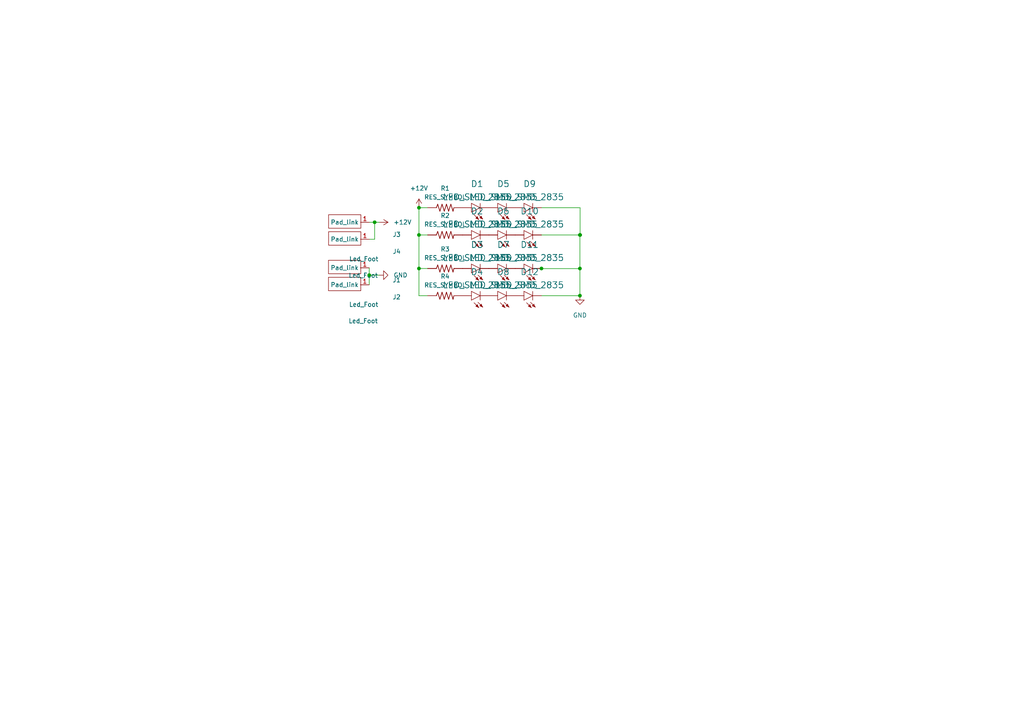
<source format=kicad_sch>
(kicad_sch (version 20211123) (generator eeschema)
  (paper "A4")
  (lib_symbols
    (symbol "Led_Foot_1"
      (property "Reference" "J" (at 0.1016 -1.9812 0))
      (property "Value" "Led_Foot_1" (at 0 0 0))
      (symbol "Led_Foot_1_0_1"
        (rectangle (start -5.8166 -2.9718) (end 3.556 -6.8834))
      )
      (symbol "Led_Foot_1_1_1"
        (pin passive line (at 5.9944 -5.1562 180) (length 2.54) (name "Pad_link") (number "1"))
      )
    )
    (symbol "Led_Foot_2"
      (property "Reference" "J" (at 0.1016 -1.9812 0))
      (property "Value" "Led_Foot_2" (at 0 0 0))
      (symbol "Led_Foot_2_0_1"
        (rectangle (start -5.8166 -2.9718) (end 3.556 -6.8834))
      )
      (symbol "Led_Foot_2_1_1"
        (pin passive line (at 5.9944 -5.1562 180) (length 2.54) (name "Pad_link") (number "1"))
      )
    )
    (symbol "Led_Foot_3"
      (property "Reference" "J" (at 0.1016 -1.9812 0))
      (property "Value" "Led_Foot_3" (at 0 0 0))
      (symbol "Led_Foot_3_0_1"
        (rectangle (start -5.8166 -2.9718) (end 3.556 -6.8834))
      )
      (symbol "Led_Foot_3_1_1"
        (pin passive line (at 5.9944 -5.1562 180) (length 2.54) (name "Pad_link") (number "1"))
      )
    )
    (symbol "New_Library_2:Led_Foot"
      (property "Reference" "J" (at 0.1016 -1.9812 0))
      (property "Value" "Led_Foot" (at 0 0 0))
      (symbol "Led_Foot_0_1"
        (rectangle (start -5.8166 -2.9718) (end 3.556 -6.8834))
      )
      (symbol "Led_Foot_1_1"
        (pin passive line (at 5.9944 -5.1562 180) (length 2.54) (name "Pad_link") (number "1"))
      )
    )
    (symbol "morphle:LED_SMD_2835" (pin_names (offset 1.016))
      (property "Reference" "D" (at -3.429 -4.572 90))
      (property "Value" "LED_SMD_2835" (at 1.905 -4.572 90))
      (symbol "LED_SMD_2835_1_0"
        (polyline (pts (xy -2.032 -0.762) (xy -3.429 -2.159)))
        (polyline (pts (xy -1.905 -1.905) (xy -3.302 -3.302)))
        (polyline (pts (xy 0 -2.54) (xy -1.27 -2.54)))
        (polyline (pts (xy 0 -2.54) (xy -1.27 0)))
        (polyline (pts (xy 1.27 -2.54) (xy 0 -2.54)))
        (polyline (pts (xy 1.27 0) (xy -1.27 0)))
        (polyline (pts (xy 1.27 0) (xy 0 -2.54)))
        (polyline (pts (xy -3.429 -2.159) (xy -3.048 -1.27) (xy -2.54 -1.778)) (fill (type outline)))
        (polyline (pts (xy -3.302 -3.302) (xy -2.921 -2.413) (xy -2.413 -2.921)) (fill (type outline)))
        (pin passive line (at 0 -5.08 90) (length 2.54) (name "C") (number "1"))
        (pin passive line (at 0 2.54 270) (length 2.54) (name "A") (number "2"))
      )
    )
    (symbol "morphle:RES_SYMBOL" (pin_numbers hide) (pin_names (offset 1.016) hide)
      (property "Reference" "R" (at -3.81 1.4986 0))
      (property "Value" "RES_SYMBOL" (at -3.81 -3.302 0))
      (symbol "RES_SYMBOL_0_0"
        (polyline (pts (xy -2.54 0) (xy -2.159 1.016)) (stroke (width 0.2032)))
        (polyline (pts (xy -2.159 1.016) (xy -1.524 -1.016)) (stroke (width 0.2032)))
        (polyline (pts (xy -1.524 -1.016) (xy -0.889 1.016)) (stroke (width 0.2032)))
        (polyline (pts (xy -0.889 1.016) (xy -0.254 -1.016)) (stroke (width 0.2032)))
        (polyline (pts (xy -0.254 -1.016) (xy 0.381 1.016)) (stroke (width 0.2032)))
        (polyline (pts (xy 0.381 1.016) (xy 1.016 -1.016)) (stroke (width 0.2032)))
        (polyline (pts (xy 1.016 -1.016) (xy 1.651 1.016)) (stroke (width 0.2032)))
        (polyline (pts (xy 1.651 1.016) (xy 2.286 -1.016)) (stroke (width 0.2032)))
        (polyline (pts (xy 2.286 -1.016) (xy 2.54 0)) (stroke (width 0.2032)))
        (pin passive line (at -5.08 0 0) (length 2.54) (name "~") (number "1"))
        (pin passive line (at 5.08 0 180) (length 2.54) (name "~") (number "2"))
      )
    )
    (symbol "power:+12V" (power) (pin_names (offset 0))
      (property "Value" "+12V" (at 0 3.556 0))
      (symbol "+12V_0_1"
        (polyline (pts (xy -0.762 1.27) (xy 0 2.54)))
        (polyline (pts (xy 0 0) (xy 0 2.54)))
        (polyline (pts (xy 0 2.54) (xy 0.762 1.27)))
      )
      (symbol "+12V_1_1"
        (pin power_in line (at 0 0 90) (length 0) hide (name "+12V") (number "1"))
      )
    )
    (symbol "power:GND" (power) (pin_names (offset 0))
      (property "Value" "GND" (at 0 -3.81 0))
      (symbol "GND_0_1"
        (polyline (pts (xy 0 0) (xy 0 -1.27) (xy 1.27 -1.27) (xy 0 -2.54) (xy -1.27 -1.27) (xy 0 -1.27)))
      )
      (symbol "GND_1_1"
        (pin power_in line (at 0 0 270) (length 0) hide (name "GND") (number "1"))
      )
    )
  )
  (junction (at 121.5136 60.2488))
  (junction (at 168.2496 68.1482))
  (junction (at 107.0864 79.8068))
  (junction (at 168.1988 68.1482))
  (junction (at 168.1988 85.7504))
  (junction (at 168.1988 77.8764))
  (junction (at 157.0482 77.8764))
  (junction (at 108.6612 64.4652))
  (junction (at 121.5136 77.8764))
  (junction (at 121.5136 68.1482))
  (wire (pts (xy 156.845 77.9018) (xy 167.9956 77.9018)))
  (wire (pts (xy 107.0864 79.8068) (xy 109.982 79.8068)))
  (wire (pts (xy 156.845 77.9018) (xy 157.0482 77.8764)))
  (wire (pts (xy 167.9956 77.9018) (xy 168.1988 77.8764)))
  (wire (pts (xy 157.0482 60.2488) (xy 168.2496 60.2488)))
  (wire (pts (xy 168.2496 60.2488) (xy 168.2496 68.1482)))
  (wire (pts (xy 157.0482 85.7758) (xy 168.1988 85.7758)))
  (wire (pts (xy 121.5136 68.1482) (xy 121.5136 77.8764)))
  (wire (pts (xy 107.0864 79.8068) (xy 107.0864 82.6008)))
  (wire (pts (xy 168.1988 68.1482) (xy 168.1988 77.8764)))
  (wire (pts (xy 124.0282 77.8764) (xy 121.5136 77.8764)))
  (wire (pts (xy 121.5136 68.1482) (xy 124.0282 68.1482)))
  (wire (pts (xy 168.5544 77.8764) (xy 168.1988 77.8764)))
  (wire (pts (xy 107.1118 64.4652) (xy 108.6612 64.4652)))
  (wire (pts (xy 168.1988 68.1482) (xy 157.0482 68.1482)))
  (wire (pts (xy 107.0864 77.6732) (xy 107.0864 79.8068)))
  (wire (pts (xy 121.5136 77.8764) (xy 121.5136 85.7758)))
  (wire (pts (xy 168.1988 85.7504) (xy 168.1988 85.7758)))
  (wire (pts (xy 121.5136 60.2488) (xy 121.5136 68.1482)))
  (wire (pts (xy 108.6612 64.4652) (xy 110.0074 64.4652)))
  (wire (pts (xy 107.1118 69.3928) (xy 108.6612 69.3928)))
  (wire (pts (xy 108.6612 64.4652) (xy 108.6612 69.3928)))
  (wire (pts (xy 124.0282 60.2488) (xy 121.5136 60.2488)))
  (wire (pts (xy 168.1988 68.1482) (xy 168.2496 68.1482)))
  (wire (pts (xy 168.1988 77.8764) (xy 168.1988 85.7504)))
  (wire (pts (xy 121.5136 85.7758) (xy 124.0282 85.7758)))
  (symbol (lib_id "morphle:LED_SMD_2835") (at 151.9682 85.7758 90) (unit 1)
    (property "Reference" "D12" (at 153.6192 78.867 90) (effects (font (size 1.778 1.778))))
    (property "Value" "LED_SMD_2835" (at 153.6192 82.677 90) (effects (font (size 1.778 1.778))))
    (property "Footprint" "morphle_footprints:LED_PLCC_2835_Handsoldering" (effects hide))
  )
  (symbol (lib_id "power:+12V") (at 110.0074 64.4652 270) (unit 1)
    (property "Reference" "#PWR04" (effects hide))
    (property "Value" "+12V" (at 114.0968 64.4651 90) (effects (justify left)))
  )
  (symbol (lib_id "morphle:LED_SMD_2835") (at 136.7282 60.2488 90) (unit 1)
    (property "Reference" "D1" (at 138.3792 53.34 90) (effects (font (size 1.778 1.778))))
    (property "Value" "LED_SMD_2835" (at 138.3792 57.15 90) (effects (font (size 1.778 1.778))))
    (property "Footprint" "morphle_footprints:LED_PLCC_2835_Handsoldering" (effects hide))
  )
  (symbol (lib_id "morphle:RES_SYMBOL") (at 129.1082 60.2488 0) (unit 1)
    (property "Reference" "R1" (at 129.1082 54.6354 0))
    (property "Value" "RES_SYMBOL" (at 129.1082 57.1754 0))
    (property "Footprint" "Resistor_SMD:R_0805_2012Metric" (effects hide))
    (property "Resistance" "10K" (effects hide))
    (property "Package" "0805" (effects hide))
    (property "EU_RoHS_Compliance" "Compliant" (effects hide))
    (property "Tolerance" ".1%" (effects hide))
    (property "Power_Rating" ".1 W" (effects hide))
    (property "Voltage_Rating" "100 V" (effects hide))
    (property "Comment" "1676153-1" (effects hide))
  )
  (symbol (lib_id "New_Library_2:Led_Foot") (at 101.1174 64.2366 0) (unit 1)
    (property "Reference" "J4" (at 115.0747 72.9488 0))
    (property "Value" "Led_Foot" (at 105.3592 79.883 0))
    (property "Footprint" "LED:Led_Footprint" (effects hide))
  )
  (symbol (lib_id "morphle:LED_SMD_2835") (at 136.7282 85.7758 90) (unit 1)
    (property "Reference" "D4" (at 138.3792 78.867 90) (effects (font (size 1.778 1.778))))
    (property "Value" "LED_SMD_2835" (at 138.3792 82.677 90) (effects (font (size 1.778 1.778))))
    (property "Footprint" "morphle_footprints:LED_PLCC_2835_Handsoldering" (effects hide))
  )
  (symbol (lib_id "morphle:LED_SMD_2835") (at 151.9682 60.2488 90) (unit 1)
    (property "Reference" "D9" (at 153.6192 53.34 90) (effects (font (size 1.778 1.778))))
    (property "Value" "LED_SMD_2835" (at 153.6192 57.15 90) (effects (font (size 1.778 1.778))))
    (property "Footprint" "morphle_footprints:LED_PLCC_2835_Handsoldering" (effects hide))
  )
  (symbol (lib_id "morphle:LED_SMD_2835") (at 136.7282 77.8764 90) (unit 1)
    (property "Reference" "D3" (at 138.3792 70.9676 90) (effects (font (size 1.778 1.778))))
    (property "Value" "LED_SMD_2835" (at 138.3792 74.7776 90) (effects (font (size 1.778 1.778))))
    (property "Footprint" "morphle_footprints:LED_PLCC_2835_Handsoldering" (effects hide))
  )
  (symbol (lib_id "morphle:LED_SMD_2835") (at 136.7282 68.1482 90) (unit 1)
    (property "Reference" "D2" (at 138.3792 61.2394 90) (effects (font (size 1.778 1.778))))
    (property "Value" "LED_SMD_2835" (at 138.3792 65.0494 90) (effects (font (size 1.778 1.778))))
    (property "Footprint" "morphle_footprints:LED_PLCC_2835_Handsoldering" (effects hide))
  )
  (symbol (lib_id "power:GND") (at 109.982 79.8068 90) (unit 1)
    (property "Reference" "#PWR03" (effects hide))
    (property "Value" "GND" (at 114.1222 79.8067 90) (effects (justify right)))
  )
  (symbol (lib_id "morphle:RES_SYMBOL") (at 129.1082 85.7758 0) (unit 1)
    (property "Reference" "R4" (at 129.1082 80.1624 0))
    (property "Value" "RES_SYMBOL" (at 129.1082 82.7024 0))
    (property "Footprint" "Resistor_SMD:R_0805_2012Metric" (effects hide))
    (property "Resistance" "10K" (effects hide))
    (property "Package" "0805" (effects hide))
    (property "EU_RoHS_Compliance" "Compliant" (effects hide))
    (property "Tolerance" ".1%" (effects hide))
    (property "Power_Rating" ".1 W" (effects hide))
    (property "Voltage_Rating" "100 V" (effects hide))
    (property "Comment" "1676153-1" (effects hide))
  )
  (symbol (lib_id "power:+12V") (at 121.5136 60.2488 0) (unit 1)
    (property "Reference" "#PWR01" (effects hide))
    (property "Value" "+12V" (at 121.5136 54.61 0))
  )
  (symbol (lib_name "Led_Foot_2") (lib_id "New_Library_2:Led_Foot") (at 101.092 72.517 0) (unit 1)
    (property "Reference" "J1" (at 115.0493 81.2292 0))
    (property "Value" "Led_Foot" (at 105.4862 88.3158 0))
    (property "Footprint" "LED:Led_Footprint" (effects hide))
  )
  (symbol (lib_id "morphle:LED_SMD_2835") (at 144.3482 68.1482 90) (unit 1)
    (property "Reference" "D6" (at 145.9992 61.2394 90) (effects (font (size 1.778 1.778))))
    (property "Value" "LED_SMD_2835" (at 145.9992 65.0494 90) (effects (font (size 1.778 1.778))))
    (property "Footprint" "morphle_footprints:LED_PLCC_2835_Handsoldering" (effects hide))
  )
  (symbol (lib_name "Led_Foot_1") (lib_id "New_Library_2:Led_Foot") (at 101.1174 59.309 0) (unit 1)
    (property "Reference" "J3" (at 115.0747 68.0212 0))
    (property "Value" "Led_Foot" (at 105.5116 75.1078 0))
    (property "Footprint" "LED:Led_Footprint" (effects hide))
  )
  (symbol (lib_name "Led_Foot_3") (lib_id "New_Library_2:Led_Foot") (at 101.092 77.4446 0) (unit 1)
    (property "Reference" "J2" (at 115.0493 86.1568 0))
    (property "Value" "Led_Foot" (at 105.3338 93.091 0))
    (property "Footprint" "LED:Led_Footprint" (effects hide))
  )
  (symbol (lib_id "power:GND") (at 168.1988 85.7504 0) (unit 1)
    (property "Reference" "#PWR02" (effects hide))
    (property "Value" "GND" (at 168.1988 91.44 0))
  )
  (symbol (lib_id "morphle:LED_SMD_2835") (at 151.9682 68.1482 90) (unit 1)
    (property "Reference" "D10" (at 153.6192 61.2394 90) (effects (font (size 1.778 1.778))))
    (property "Value" "LED_SMD_2835" (at 153.6192 65.0494 90) (effects (font (size 1.778 1.778))))
    (property "Footprint" "morphle_footprints:LED_PLCC_2835_Handsoldering" (effects hide))
  )
  (symbol (lib_id "morphle:LED_SMD_2835") (at 144.3482 77.8764 90) (unit 1)
    (property "Reference" "D7" (at 145.9992 70.9676 90) (effects (font (size 1.778 1.778))))
    (property "Value" "LED_SMD_2835" (at 145.9992 74.7776 90) (effects (font (size 1.778 1.778))))
    (property "Footprint" "morphle_footprints:LED_PLCC_2835_Handsoldering" (effects hide))
  )
  (symbol (lib_id "morphle:RES_SYMBOL") (at 129.1082 68.1482 0) (unit 1)
    (property "Reference" "R2" (at 129.1082 62.5348 0))
    (property "Value" "RES_SYMBOL" (at 129.1082 65.0748 0))
    (property "Footprint" "Resistor_SMD:R_0805_2012Metric" (effects hide))
    (property "Resistance" "10K" (effects hide))
    (property "Package" "0805" (effects hide))
    (property "EU_RoHS_Compliance" "Compliant" (effects hide))
    (property "Tolerance" ".1%" (effects hide))
    (property "Power_Rating" ".1 W" (effects hide))
    (property "Voltage_Rating" "100 V" (effects hide))
    (property "Comment" "1676153-1" (effects hide))
  )
  (symbol (lib_id "morphle:LED_SMD_2835") (at 144.3482 60.2488 90) (unit 1)
    (property "Reference" "D5" (at 145.9992 53.34 90) (effects (font (size 1.778 1.778))))
    (property "Value" "LED_SMD_2835" (at 145.9992 57.15 90) (effects (font (size 1.778 1.778))))
    (property "Footprint" "morphle_footprints:LED_PLCC_2835_Handsoldering" (effects hide))
  )
  (symbol (lib_id "morphle:LED_SMD_2835") (at 144.3482 85.7758 90) (unit 1)
    (property "Reference" "D8" (at 145.9992 78.867 90) (effects (font (size 1.778 1.778))))
    (property "Value" "LED_SMD_2835" (at 145.9992 82.677 90) (effects (font (size 1.778 1.778))))
    (property "Footprint" "morphle_footprints:LED_PLCC_2835_Handsoldering" (effects hide))
  )
  (symbol (lib_id "morphle:LED_SMD_2835") (at 151.9682 77.8764 90) (unit 1)
    (property "Reference" "D11" (at 153.6192 70.9676 90) (effects (font (size 1.778 1.778))))
    (property "Value" "LED_SMD_2835" (at 153.6192 74.7776 90) (effects (font (size 1.778 1.778))))
    (property "Footprint" "morphle_footprints:LED_PLCC_2835_Handsoldering" (effects hide))
  )
  (symbol (lib_id "morphle:RES_SYMBOL") (at 129.1082 77.8764 0) (unit 1)
    (property "Reference" "R3" (at 129.1082 72.263 0))
    (property "Value" "RES_SYMBOL" (at 129.1082 74.803 0))
    (property "Footprint" "Resistor_SMD:R_0805_2012Metric" (effects hide))
    (property "Resistance" "10K" (effects hide))
    (property "Package" "0805" (effects hide))
    (property "EU_RoHS_Compliance" "Compliant" (effects hide))
    (property "Tolerance" ".1%" (effects hide))
    (property "Power_Rating" ".1 W" (effects hide))
    (property "Voltage_Rating" "100 V" (effects hide))
    (property "Comment" "1676153-1" (effects hide))
  )
)
</source>
